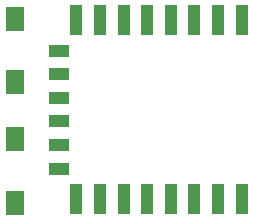
<source format=gbr>
%TF.GenerationSoftware,KiCad,Pcbnew,(6.99.0-2635-gfc1afa6298)*%
%TF.CreationDate,2022-08-15T15:51:57-07:00*%
%TF.ProjectId,seatalk_wifi,73656174-616c-46b5-9f77-6966692e6b69,rev?*%
%TF.SameCoordinates,Original*%
%TF.FileFunction,Soldermask,Bot*%
%TF.FilePolarity,Negative*%
%FSLAX46Y46*%
G04 Gerber Fmt 4.6, Leading zero omitted, Abs format (unit mm)*
G04 Created by KiCad (PCBNEW (6.99.0-2635-gfc1afa6298)) date 2022-08-15 15:51:57*
%MOMM*%
%LPD*%
G01*
G04 APERTURE LIST*
%ADD10R,1.600000X2.000000*%
%ADD11R,1.000000X2.500000*%
%ADD12R,1.800000X1.000000*%
G04 APERTURE END LIST*
D10*
%TO.C,SW2*%
X125699999Y-92299999D03*
X125699999Y-97699999D03*
%TD*%
%TO.C,SW1*%
X125699999Y-102499999D03*
X125699999Y-107899999D03*
%TD*%
D11*
%TO.C,U2*%
X144849999Y-107599999D03*
X142849999Y-107599999D03*
X140849999Y-107599999D03*
X138849999Y-107599999D03*
X136849999Y-107599999D03*
X134849999Y-107599999D03*
X132849999Y-107599999D03*
X130849999Y-107599999D03*
D12*
X129349999Y-104999999D03*
X129349999Y-102999999D03*
X129349999Y-100999999D03*
X129349999Y-98999999D03*
X129349999Y-96999999D03*
X129349999Y-94999999D03*
D11*
X130849999Y-92399999D03*
X132849999Y-92399999D03*
X134849999Y-92399999D03*
X136849999Y-92399999D03*
X138849999Y-92399999D03*
X140849999Y-92399999D03*
X142849999Y-92399999D03*
X144849999Y-92399999D03*
%TD*%
M02*

</source>
